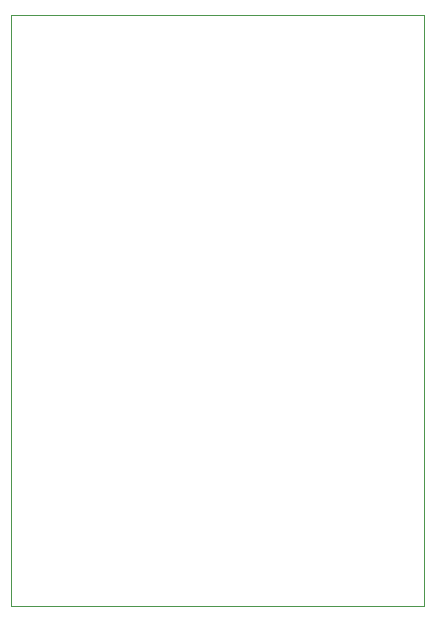
<source format=gm1>
G04 #@! TF.GenerationSoftware,KiCad,Pcbnew,8.0.5*
G04 #@! TF.CreationDate,2024-11-12T19:45:38-03:00*
G04 #@! TF.ProjectId,Teste R_pido Fonte Chaveada,54657374-6520-452e-9170-69646f20466f,rev?*
G04 #@! TF.SameCoordinates,Original*
G04 #@! TF.FileFunction,Profile,NP*
%FSLAX46Y46*%
G04 Gerber Fmt 4.6, Leading zero omitted, Abs format (unit mm)*
G04 Created by KiCad (PCBNEW 8.0.5) date 2024-11-12 19:45:38*
%MOMM*%
%LPD*%
G01*
G04 APERTURE LIST*
G04 #@! TA.AperFunction,Profile*
%ADD10C,0.050000*%
G04 #@! TD*
G04 APERTURE END LIST*
D10*
X99000000Y-50000000D02*
X134000000Y-50000000D01*
X134000000Y-100000000D01*
X99000000Y-100000000D01*
X99000000Y-50000000D01*
M02*

</source>
